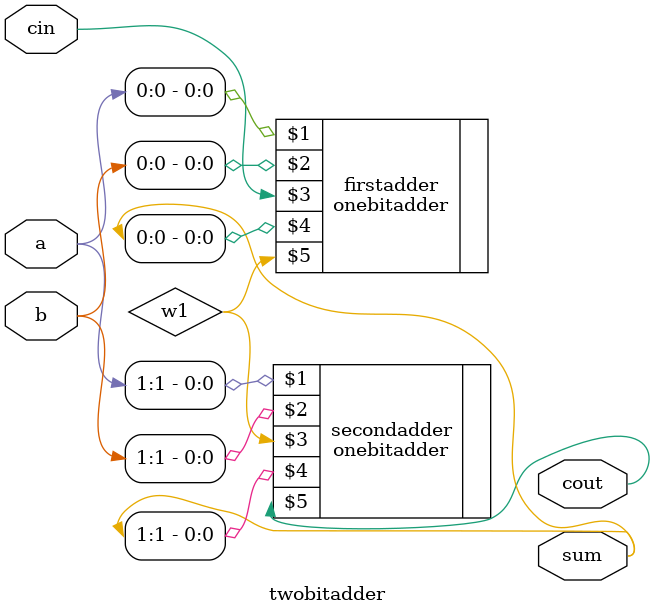
<source format=v>
module twobitadder(a, b, cin ,sum, cout);
	input [1:0] a,b;
	input cin;
	output [1:0]sum;
	output cout;
	wire w1;
	onebitadder firstadder(a[0], b[0], cin, sum[0], w1);
	onebitadder secondadder( a[1], b[1], w1, sum[1], cout);
	
endmodule

	
	
</source>
